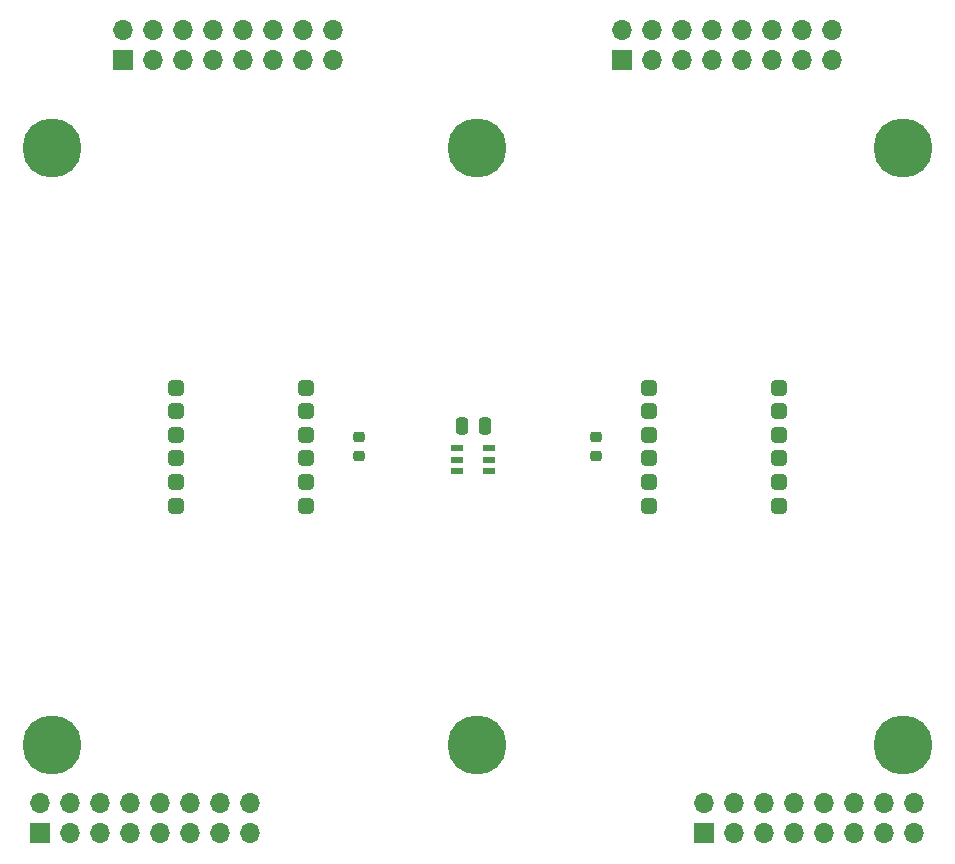
<source format=gbr>
%TF.GenerationSoftware,KiCad,Pcbnew,7.0.11*%
%TF.CreationDate,2024-12-11T15:28:39-03:00*%
%TF.ProjectId,Placa_DetectorParticulas,506c6163-615f-4446-9574-6563746f7250,rev?*%
%TF.SameCoordinates,Original*%
%TF.FileFunction,Soldermask,Top*%
%TF.FilePolarity,Negative*%
%FSLAX46Y46*%
G04 Gerber Fmt 4.6, Leading zero omitted, Abs format (unit mm)*
G04 Created by KiCad (PCBNEW 7.0.11) date 2024-12-11 15:28:39*
%MOMM*%
%LPD*%
G01*
G04 APERTURE LIST*
G04 Aperture macros list*
%AMRoundRect*
0 Rectangle with rounded corners*
0 $1 Rounding radius*
0 $2 $3 $4 $5 $6 $7 $8 $9 X,Y pos of 4 corners*
0 Add a 4 corners polygon primitive as box body*
4,1,4,$2,$3,$4,$5,$6,$7,$8,$9,$2,$3,0*
0 Add four circle primitives for the rounded corners*
1,1,$1+$1,$2,$3*
1,1,$1+$1,$4,$5*
1,1,$1+$1,$6,$7*
1,1,$1+$1,$8,$9*
0 Add four rect primitives between the rounded corners*
20,1,$1+$1,$2,$3,$4,$5,0*
20,1,$1+$1,$4,$5,$6,$7,0*
20,1,$1+$1,$6,$7,$8,$9,0*
20,1,$1+$1,$8,$9,$2,$3,0*%
G04 Aperture macros list end*
%ADD10R,1.700000X1.700000*%
%ADD11O,1.700000X1.700000*%
%ADD12R,0.977900X0.558800*%
%ADD13RoundRect,0.218750X-0.256250X0.218750X-0.256250X-0.218750X0.256250X-0.218750X0.256250X0.218750X0*%
%ADD14RoundRect,0.250000X-0.250000X-0.475000X0.250000X-0.475000X0.250000X0.475000X-0.250000X0.475000X0*%
%ADD15C,5.000000*%
%ADD16RoundRect,0.337500X-0.337500X-0.337500X0.337500X-0.337500X0.337500X0.337500X-0.337500X0.337500X0*%
G04 APERTURE END LIST*
D10*
%TO.C,J4*%
X109220000Y-138000000D03*
D11*
X109220000Y-135460000D03*
X111760000Y-138000000D03*
X111760000Y-135460000D03*
X114300000Y-138000000D03*
X114300000Y-135460000D03*
X116840000Y-138000000D03*
X116840000Y-135460000D03*
X119380000Y-138000000D03*
X119380000Y-135460000D03*
X121920000Y-138000000D03*
X121920000Y-135460000D03*
X124460000Y-138000000D03*
X124460000Y-135460000D03*
X127000000Y-138000000D03*
X127000000Y-135460000D03*
%TD*%
D12*
%TO.C,U14*%
X91000000Y-107300000D03*
X91000000Y-106349999D03*
X91000000Y-105399998D03*
X88269500Y-105399998D03*
X88269500Y-106349999D03*
X88269500Y-107300000D03*
%TD*%
D13*
%TO.C,D3*%
X80000000Y-104462500D03*
X80000000Y-106037500D03*
%TD*%
D10*
%TO.C,J2*%
X60000000Y-72540000D03*
D11*
X60000000Y-70000000D03*
X62540000Y-72540000D03*
X62540000Y-70000000D03*
X65080000Y-72540000D03*
X65080000Y-70000000D03*
X67620000Y-72540000D03*
X67620000Y-70000000D03*
X70160000Y-72540000D03*
X70160000Y-70000000D03*
X72700000Y-72540000D03*
X72700000Y-70000000D03*
X75240000Y-72540000D03*
X75240000Y-70000000D03*
X77780000Y-72540000D03*
X77780000Y-70000000D03*
%TD*%
D14*
%TO.C,C32*%
X88700000Y-103500000D03*
X90600000Y-103500000D03*
%TD*%
D15*
%TO.C,U17*%
X54000000Y-80000000D03*
X90000000Y-80000000D03*
X126000000Y-80000000D03*
X54000000Y-130500000D03*
X90000000Y-130500000D03*
X126000000Y-130500000D03*
%TD*%
D13*
%TO.C,D4*%
X100000000Y-104462500D03*
X100000000Y-106037500D03*
%TD*%
D10*
%TO.C,J1*%
X53000000Y-138000000D03*
D11*
X53000000Y-135460000D03*
X55540000Y-138000000D03*
X55540000Y-135460000D03*
X58080000Y-138000000D03*
X58080000Y-135460000D03*
X60620000Y-138000000D03*
X60620000Y-135460000D03*
X63160000Y-138000000D03*
X63160000Y-135460000D03*
X65700000Y-138000000D03*
X65700000Y-135460000D03*
X68240000Y-138000000D03*
X68240000Y-135460000D03*
X70780000Y-138000000D03*
X70780000Y-135460000D03*
%TD*%
D10*
%TO.C,J3*%
X102220000Y-72540000D03*
D11*
X102220000Y-70000000D03*
X104760000Y-72540000D03*
X104760000Y-70000000D03*
X107300000Y-72540000D03*
X107300000Y-70000000D03*
X109840000Y-72540000D03*
X109840000Y-70000000D03*
X112380000Y-72540000D03*
X112380000Y-70000000D03*
X114920000Y-72540000D03*
X114920000Y-70000000D03*
X117460000Y-72540000D03*
X117460000Y-70000000D03*
X120000000Y-72540000D03*
X120000000Y-70000000D03*
%TD*%
D16*
%TO.C,U15*%
X64500000Y-100250000D03*
X64500000Y-102250000D03*
X64500000Y-104250000D03*
X64500000Y-106250000D03*
X64500000Y-108250000D03*
X64500000Y-110250000D03*
X75500000Y-110250000D03*
X75500000Y-108250000D03*
X75500000Y-106250000D03*
X75500000Y-104250000D03*
X75500000Y-102250000D03*
X75500000Y-100250000D03*
%TD*%
%TO.C,U16*%
X104500000Y-100250000D03*
X104500000Y-102250000D03*
X104500000Y-104250000D03*
X104500000Y-106250000D03*
X104500000Y-108250000D03*
X104500000Y-110250000D03*
X115500000Y-110250000D03*
X115500000Y-108250000D03*
X115500000Y-106250000D03*
X115500000Y-104250000D03*
X115500000Y-102250000D03*
X115500000Y-100250000D03*
%TD*%
M02*

</source>
